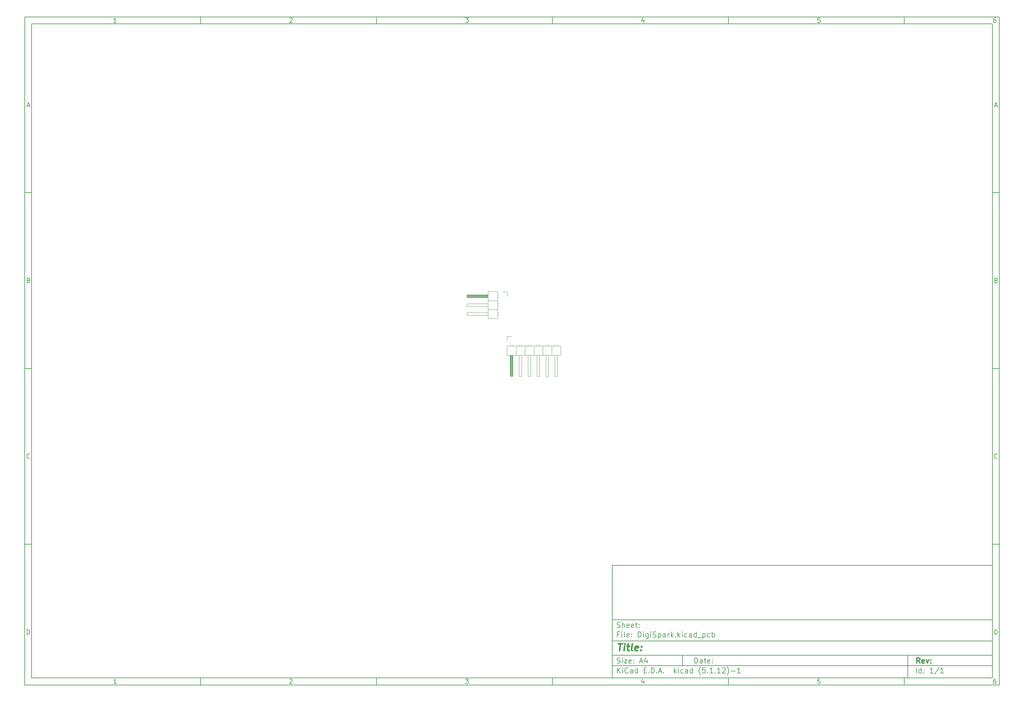
<source format=gbr>
%TF.GenerationSoftware,KiCad,Pcbnew,(5.1.12)-1*%
%TF.CreationDate,2022-07-31T01:05:36+09:00*%
%TF.ProjectId,DigiSpark,44696769-5370-4617-926b-2e6b69636164,rev?*%
%TF.SameCoordinates,Original*%
%TF.FileFunction,Legend,Bot*%
%TF.FilePolarity,Positive*%
%FSLAX46Y46*%
G04 Gerber Fmt 4.6, Leading zero omitted, Abs format (unit mm)*
G04 Created by KiCad (PCBNEW (5.1.12)-1) date 2022-07-31 01:05:36*
%MOMM*%
%LPD*%
G01*
G04 APERTURE LIST*
%ADD10C,0.100000*%
%ADD11C,0.150000*%
%ADD12C,0.300000*%
%ADD13C,0.400000*%
%ADD14C,0.120000*%
G04 APERTURE END LIST*
D10*
D11*
X177002200Y-166007200D02*
X177002200Y-198007200D01*
X285002200Y-198007200D01*
X285002200Y-166007200D01*
X177002200Y-166007200D01*
D10*
D11*
X10000000Y-10000000D02*
X10000000Y-200007200D01*
X287002200Y-200007200D01*
X287002200Y-10000000D01*
X10000000Y-10000000D01*
D10*
D11*
X12000000Y-12000000D02*
X12000000Y-198007200D01*
X285002200Y-198007200D01*
X285002200Y-12000000D01*
X12000000Y-12000000D01*
D10*
D11*
X60000000Y-12000000D02*
X60000000Y-10000000D01*
D10*
D11*
X110000000Y-12000000D02*
X110000000Y-10000000D01*
D10*
D11*
X160000000Y-12000000D02*
X160000000Y-10000000D01*
D10*
D11*
X210000000Y-12000000D02*
X210000000Y-10000000D01*
D10*
D11*
X260000000Y-12000000D02*
X260000000Y-10000000D01*
D10*
D11*
X36065476Y-11588095D02*
X35322619Y-11588095D01*
X35694047Y-11588095D02*
X35694047Y-10288095D01*
X35570238Y-10473809D01*
X35446428Y-10597619D01*
X35322619Y-10659523D01*
D10*
D11*
X85322619Y-10411904D02*
X85384523Y-10350000D01*
X85508333Y-10288095D01*
X85817857Y-10288095D01*
X85941666Y-10350000D01*
X86003571Y-10411904D01*
X86065476Y-10535714D01*
X86065476Y-10659523D01*
X86003571Y-10845238D01*
X85260714Y-11588095D01*
X86065476Y-11588095D01*
D10*
D11*
X135260714Y-10288095D02*
X136065476Y-10288095D01*
X135632142Y-10783333D01*
X135817857Y-10783333D01*
X135941666Y-10845238D01*
X136003571Y-10907142D01*
X136065476Y-11030952D01*
X136065476Y-11340476D01*
X136003571Y-11464285D01*
X135941666Y-11526190D01*
X135817857Y-11588095D01*
X135446428Y-11588095D01*
X135322619Y-11526190D01*
X135260714Y-11464285D01*
D10*
D11*
X185941666Y-10721428D02*
X185941666Y-11588095D01*
X185632142Y-10226190D02*
X185322619Y-11154761D01*
X186127380Y-11154761D01*
D10*
D11*
X236003571Y-10288095D02*
X235384523Y-10288095D01*
X235322619Y-10907142D01*
X235384523Y-10845238D01*
X235508333Y-10783333D01*
X235817857Y-10783333D01*
X235941666Y-10845238D01*
X236003571Y-10907142D01*
X236065476Y-11030952D01*
X236065476Y-11340476D01*
X236003571Y-11464285D01*
X235941666Y-11526190D01*
X235817857Y-11588095D01*
X235508333Y-11588095D01*
X235384523Y-11526190D01*
X235322619Y-11464285D01*
D10*
D11*
X285941666Y-10288095D02*
X285694047Y-10288095D01*
X285570238Y-10350000D01*
X285508333Y-10411904D01*
X285384523Y-10597619D01*
X285322619Y-10845238D01*
X285322619Y-11340476D01*
X285384523Y-11464285D01*
X285446428Y-11526190D01*
X285570238Y-11588095D01*
X285817857Y-11588095D01*
X285941666Y-11526190D01*
X286003571Y-11464285D01*
X286065476Y-11340476D01*
X286065476Y-11030952D01*
X286003571Y-10907142D01*
X285941666Y-10845238D01*
X285817857Y-10783333D01*
X285570238Y-10783333D01*
X285446428Y-10845238D01*
X285384523Y-10907142D01*
X285322619Y-11030952D01*
D10*
D11*
X60000000Y-198007200D02*
X60000000Y-200007200D01*
D10*
D11*
X110000000Y-198007200D02*
X110000000Y-200007200D01*
D10*
D11*
X160000000Y-198007200D02*
X160000000Y-200007200D01*
D10*
D11*
X210000000Y-198007200D02*
X210000000Y-200007200D01*
D10*
D11*
X260000000Y-198007200D02*
X260000000Y-200007200D01*
D10*
D11*
X36065476Y-199595295D02*
X35322619Y-199595295D01*
X35694047Y-199595295D02*
X35694047Y-198295295D01*
X35570238Y-198481009D01*
X35446428Y-198604819D01*
X35322619Y-198666723D01*
D10*
D11*
X85322619Y-198419104D02*
X85384523Y-198357200D01*
X85508333Y-198295295D01*
X85817857Y-198295295D01*
X85941666Y-198357200D01*
X86003571Y-198419104D01*
X86065476Y-198542914D01*
X86065476Y-198666723D01*
X86003571Y-198852438D01*
X85260714Y-199595295D01*
X86065476Y-199595295D01*
D10*
D11*
X135260714Y-198295295D02*
X136065476Y-198295295D01*
X135632142Y-198790533D01*
X135817857Y-198790533D01*
X135941666Y-198852438D01*
X136003571Y-198914342D01*
X136065476Y-199038152D01*
X136065476Y-199347676D01*
X136003571Y-199471485D01*
X135941666Y-199533390D01*
X135817857Y-199595295D01*
X135446428Y-199595295D01*
X135322619Y-199533390D01*
X135260714Y-199471485D01*
D10*
D11*
X185941666Y-198728628D02*
X185941666Y-199595295D01*
X185632142Y-198233390D02*
X185322619Y-199161961D01*
X186127380Y-199161961D01*
D10*
D11*
X236003571Y-198295295D02*
X235384523Y-198295295D01*
X235322619Y-198914342D01*
X235384523Y-198852438D01*
X235508333Y-198790533D01*
X235817857Y-198790533D01*
X235941666Y-198852438D01*
X236003571Y-198914342D01*
X236065476Y-199038152D01*
X236065476Y-199347676D01*
X236003571Y-199471485D01*
X235941666Y-199533390D01*
X235817857Y-199595295D01*
X235508333Y-199595295D01*
X235384523Y-199533390D01*
X235322619Y-199471485D01*
D10*
D11*
X285941666Y-198295295D02*
X285694047Y-198295295D01*
X285570238Y-198357200D01*
X285508333Y-198419104D01*
X285384523Y-198604819D01*
X285322619Y-198852438D01*
X285322619Y-199347676D01*
X285384523Y-199471485D01*
X285446428Y-199533390D01*
X285570238Y-199595295D01*
X285817857Y-199595295D01*
X285941666Y-199533390D01*
X286003571Y-199471485D01*
X286065476Y-199347676D01*
X286065476Y-199038152D01*
X286003571Y-198914342D01*
X285941666Y-198852438D01*
X285817857Y-198790533D01*
X285570238Y-198790533D01*
X285446428Y-198852438D01*
X285384523Y-198914342D01*
X285322619Y-199038152D01*
D10*
D11*
X10000000Y-60000000D02*
X12000000Y-60000000D01*
D10*
D11*
X10000000Y-110000000D02*
X12000000Y-110000000D01*
D10*
D11*
X10000000Y-160000000D02*
X12000000Y-160000000D01*
D10*
D11*
X10690476Y-35216666D02*
X11309523Y-35216666D01*
X10566666Y-35588095D02*
X11000000Y-34288095D01*
X11433333Y-35588095D01*
D10*
D11*
X11092857Y-84907142D02*
X11278571Y-84969047D01*
X11340476Y-85030952D01*
X11402380Y-85154761D01*
X11402380Y-85340476D01*
X11340476Y-85464285D01*
X11278571Y-85526190D01*
X11154761Y-85588095D01*
X10659523Y-85588095D01*
X10659523Y-84288095D01*
X11092857Y-84288095D01*
X11216666Y-84350000D01*
X11278571Y-84411904D01*
X11340476Y-84535714D01*
X11340476Y-84659523D01*
X11278571Y-84783333D01*
X11216666Y-84845238D01*
X11092857Y-84907142D01*
X10659523Y-84907142D01*
D10*
D11*
X11402380Y-135464285D02*
X11340476Y-135526190D01*
X11154761Y-135588095D01*
X11030952Y-135588095D01*
X10845238Y-135526190D01*
X10721428Y-135402380D01*
X10659523Y-135278571D01*
X10597619Y-135030952D01*
X10597619Y-134845238D01*
X10659523Y-134597619D01*
X10721428Y-134473809D01*
X10845238Y-134350000D01*
X11030952Y-134288095D01*
X11154761Y-134288095D01*
X11340476Y-134350000D01*
X11402380Y-134411904D01*
D10*
D11*
X10659523Y-185588095D02*
X10659523Y-184288095D01*
X10969047Y-184288095D01*
X11154761Y-184350000D01*
X11278571Y-184473809D01*
X11340476Y-184597619D01*
X11402380Y-184845238D01*
X11402380Y-185030952D01*
X11340476Y-185278571D01*
X11278571Y-185402380D01*
X11154761Y-185526190D01*
X10969047Y-185588095D01*
X10659523Y-185588095D01*
D10*
D11*
X287002200Y-60000000D02*
X285002200Y-60000000D01*
D10*
D11*
X287002200Y-110000000D02*
X285002200Y-110000000D01*
D10*
D11*
X287002200Y-160000000D02*
X285002200Y-160000000D01*
D10*
D11*
X285692676Y-35216666D02*
X286311723Y-35216666D01*
X285568866Y-35588095D02*
X286002200Y-34288095D01*
X286435533Y-35588095D01*
D10*
D11*
X286095057Y-84907142D02*
X286280771Y-84969047D01*
X286342676Y-85030952D01*
X286404580Y-85154761D01*
X286404580Y-85340476D01*
X286342676Y-85464285D01*
X286280771Y-85526190D01*
X286156961Y-85588095D01*
X285661723Y-85588095D01*
X285661723Y-84288095D01*
X286095057Y-84288095D01*
X286218866Y-84350000D01*
X286280771Y-84411904D01*
X286342676Y-84535714D01*
X286342676Y-84659523D01*
X286280771Y-84783333D01*
X286218866Y-84845238D01*
X286095057Y-84907142D01*
X285661723Y-84907142D01*
D10*
D11*
X286404580Y-135464285D02*
X286342676Y-135526190D01*
X286156961Y-135588095D01*
X286033152Y-135588095D01*
X285847438Y-135526190D01*
X285723628Y-135402380D01*
X285661723Y-135278571D01*
X285599819Y-135030952D01*
X285599819Y-134845238D01*
X285661723Y-134597619D01*
X285723628Y-134473809D01*
X285847438Y-134350000D01*
X286033152Y-134288095D01*
X286156961Y-134288095D01*
X286342676Y-134350000D01*
X286404580Y-134411904D01*
D10*
D11*
X285661723Y-185588095D02*
X285661723Y-184288095D01*
X285971247Y-184288095D01*
X286156961Y-184350000D01*
X286280771Y-184473809D01*
X286342676Y-184597619D01*
X286404580Y-184845238D01*
X286404580Y-185030952D01*
X286342676Y-185278571D01*
X286280771Y-185402380D01*
X286156961Y-185526190D01*
X285971247Y-185588095D01*
X285661723Y-185588095D01*
D10*
D11*
X200434342Y-193785771D02*
X200434342Y-192285771D01*
X200791485Y-192285771D01*
X201005771Y-192357200D01*
X201148628Y-192500057D01*
X201220057Y-192642914D01*
X201291485Y-192928628D01*
X201291485Y-193142914D01*
X201220057Y-193428628D01*
X201148628Y-193571485D01*
X201005771Y-193714342D01*
X200791485Y-193785771D01*
X200434342Y-193785771D01*
X202577200Y-193785771D02*
X202577200Y-193000057D01*
X202505771Y-192857200D01*
X202362914Y-192785771D01*
X202077200Y-192785771D01*
X201934342Y-192857200D01*
X202577200Y-193714342D02*
X202434342Y-193785771D01*
X202077200Y-193785771D01*
X201934342Y-193714342D01*
X201862914Y-193571485D01*
X201862914Y-193428628D01*
X201934342Y-193285771D01*
X202077200Y-193214342D01*
X202434342Y-193214342D01*
X202577200Y-193142914D01*
X203077200Y-192785771D02*
X203648628Y-192785771D01*
X203291485Y-192285771D02*
X203291485Y-193571485D01*
X203362914Y-193714342D01*
X203505771Y-193785771D01*
X203648628Y-193785771D01*
X204720057Y-193714342D02*
X204577200Y-193785771D01*
X204291485Y-193785771D01*
X204148628Y-193714342D01*
X204077200Y-193571485D01*
X204077200Y-193000057D01*
X204148628Y-192857200D01*
X204291485Y-192785771D01*
X204577200Y-192785771D01*
X204720057Y-192857200D01*
X204791485Y-193000057D01*
X204791485Y-193142914D01*
X204077200Y-193285771D01*
X205434342Y-193642914D02*
X205505771Y-193714342D01*
X205434342Y-193785771D01*
X205362914Y-193714342D01*
X205434342Y-193642914D01*
X205434342Y-193785771D01*
X205434342Y-192857200D02*
X205505771Y-192928628D01*
X205434342Y-193000057D01*
X205362914Y-192928628D01*
X205434342Y-192857200D01*
X205434342Y-193000057D01*
D10*
D11*
X177002200Y-194507200D02*
X285002200Y-194507200D01*
D10*
D11*
X178434342Y-196585771D02*
X178434342Y-195085771D01*
X179291485Y-196585771D02*
X178648628Y-195728628D01*
X179291485Y-195085771D02*
X178434342Y-195942914D01*
X179934342Y-196585771D02*
X179934342Y-195585771D01*
X179934342Y-195085771D02*
X179862914Y-195157200D01*
X179934342Y-195228628D01*
X180005771Y-195157200D01*
X179934342Y-195085771D01*
X179934342Y-195228628D01*
X181505771Y-196442914D02*
X181434342Y-196514342D01*
X181220057Y-196585771D01*
X181077200Y-196585771D01*
X180862914Y-196514342D01*
X180720057Y-196371485D01*
X180648628Y-196228628D01*
X180577200Y-195942914D01*
X180577200Y-195728628D01*
X180648628Y-195442914D01*
X180720057Y-195300057D01*
X180862914Y-195157200D01*
X181077200Y-195085771D01*
X181220057Y-195085771D01*
X181434342Y-195157200D01*
X181505771Y-195228628D01*
X182791485Y-196585771D02*
X182791485Y-195800057D01*
X182720057Y-195657200D01*
X182577200Y-195585771D01*
X182291485Y-195585771D01*
X182148628Y-195657200D01*
X182791485Y-196514342D02*
X182648628Y-196585771D01*
X182291485Y-196585771D01*
X182148628Y-196514342D01*
X182077200Y-196371485D01*
X182077200Y-196228628D01*
X182148628Y-196085771D01*
X182291485Y-196014342D01*
X182648628Y-196014342D01*
X182791485Y-195942914D01*
X184148628Y-196585771D02*
X184148628Y-195085771D01*
X184148628Y-196514342D02*
X184005771Y-196585771D01*
X183720057Y-196585771D01*
X183577200Y-196514342D01*
X183505771Y-196442914D01*
X183434342Y-196300057D01*
X183434342Y-195871485D01*
X183505771Y-195728628D01*
X183577200Y-195657200D01*
X183720057Y-195585771D01*
X184005771Y-195585771D01*
X184148628Y-195657200D01*
X186005771Y-195800057D02*
X186505771Y-195800057D01*
X186720057Y-196585771D02*
X186005771Y-196585771D01*
X186005771Y-195085771D01*
X186720057Y-195085771D01*
X187362914Y-196442914D02*
X187434342Y-196514342D01*
X187362914Y-196585771D01*
X187291485Y-196514342D01*
X187362914Y-196442914D01*
X187362914Y-196585771D01*
X188077200Y-196585771D02*
X188077200Y-195085771D01*
X188434342Y-195085771D01*
X188648628Y-195157200D01*
X188791485Y-195300057D01*
X188862914Y-195442914D01*
X188934342Y-195728628D01*
X188934342Y-195942914D01*
X188862914Y-196228628D01*
X188791485Y-196371485D01*
X188648628Y-196514342D01*
X188434342Y-196585771D01*
X188077200Y-196585771D01*
X189577200Y-196442914D02*
X189648628Y-196514342D01*
X189577200Y-196585771D01*
X189505771Y-196514342D01*
X189577200Y-196442914D01*
X189577200Y-196585771D01*
X190220057Y-196157200D02*
X190934342Y-196157200D01*
X190077200Y-196585771D02*
X190577200Y-195085771D01*
X191077200Y-196585771D01*
X191577200Y-196442914D02*
X191648628Y-196514342D01*
X191577200Y-196585771D01*
X191505771Y-196514342D01*
X191577200Y-196442914D01*
X191577200Y-196585771D01*
X194577200Y-196585771D02*
X194577200Y-195085771D01*
X194720057Y-196014342D02*
X195148628Y-196585771D01*
X195148628Y-195585771D02*
X194577200Y-196157200D01*
X195791485Y-196585771D02*
X195791485Y-195585771D01*
X195791485Y-195085771D02*
X195720057Y-195157200D01*
X195791485Y-195228628D01*
X195862914Y-195157200D01*
X195791485Y-195085771D01*
X195791485Y-195228628D01*
X197148628Y-196514342D02*
X197005771Y-196585771D01*
X196720057Y-196585771D01*
X196577200Y-196514342D01*
X196505771Y-196442914D01*
X196434342Y-196300057D01*
X196434342Y-195871485D01*
X196505771Y-195728628D01*
X196577200Y-195657200D01*
X196720057Y-195585771D01*
X197005771Y-195585771D01*
X197148628Y-195657200D01*
X198434342Y-196585771D02*
X198434342Y-195800057D01*
X198362914Y-195657200D01*
X198220057Y-195585771D01*
X197934342Y-195585771D01*
X197791485Y-195657200D01*
X198434342Y-196514342D02*
X198291485Y-196585771D01*
X197934342Y-196585771D01*
X197791485Y-196514342D01*
X197720057Y-196371485D01*
X197720057Y-196228628D01*
X197791485Y-196085771D01*
X197934342Y-196014342D01*
X198291485Y-196014342D01*
X198434342Y-195942914D01*
X199791485Y-196585771D02*
X199791485Y-195085771D01*
X199791485Y-196514342D02*
X199648628Y-196585771D01*
X199362914Y-196585771D01*
X199220057Y-196514342D01*
X199148628Y-196442914D01*
X199077200Y-196300057D01*
X199077200Y-195871485D01*
X199148628Y-195728628D01*
X199220057Y-195657200D01*
X199362914Y-195585771D01*
X199648628Y-195585771D01*
X199791485Y-195657200D01*
X202077200Y-197157200D02*
X202005771Y-197085771D01*
X201862914Y-196871485D01*
X201791485Y-196728628D01*
X201720057Y-196514342D01*
X201648628Y-196157200D01*
X201648628Y-195871485D01*
X201720057Y-195514342D01*
X201791485Y-195300057D01*
X201862914Y-195157200D01*
X202005771Y-194942914D01*
X202077200Y-194871485D01*
X203362914Y-195085771D02*
X202648628Y-195085771D01*
X202577200Y-195800057D01*
X202648628Y-195728628D01*
X202791485Y-195657200D01*
X203148628Y-195657200D01*
X203291485Y-195728628D01*
X203362914Y-195800057D01*
X203434342Y-195942914D01*
X203434342Y-196300057D01*
X203362914Y-196442914D01*
X203291485Y-196514342D01*
X203148628Y-196585771D01*
X202791485Y-196585771D01*
X202648628Y-196514342D01*
X202577200Y-196442914D01*
X204077200Y-196442914D02*
X204148628Y-196514342D01*
X204077200Y-196585771D01*
X204005771Y-196514342D01*
X204077200Y-196442914D01*
X204077200Y-196585771D01*
X205577200Y-196585771D02*
X204720057Y-196585771D01*
X205148628Y-196585771D02*
X205148628Y-195085771D01*
X205005771Y-195300057D01*
X204862914Y-195442914D01*
X204720057Y-195514342D01*
X206220057Y-196442914D02*
X206291485Y-196514342D01*
X206220057Y-196585771D01*
X206148628Y-196514342D01*
X206220057Y-196442914D01*
X206220057Y-196585771D01*
X207720057Y-196585771D02*
X206862914Y-196585771D01*
X207291485Y-196585771D02*
X207291485Y-195085771D01*
X207148628Y-195300057D01*
X207005771Y-195442914D01*
X206862914Y-195514342D01*
X208291485Y-195228628D02*
X208362914Y-195157200D01*
X208505771Y-195085771D01*
X208862914Y-195085771D01*
X209005771Y-195157200D01*
X209077200Y-195228628D01*
X209148628Y-195371485D01*
X209148628Y-195514342D01*
X209077200Y-195728628D01*
X208220057Y-196585771D01*
X209148628Y-196585771D01*
X209648628Y-197157200D02*
X209720057Y-197085771D01*
X209862914Y-196871485D01*
X209934342Y-196728628D01*
X210005771Y-196514342D01*
X210077200Y-196157200D01*
X210077200Y-195871485D01*
X210005771Y-195514342D01*
X209934342Y-195300057D01*
X209862914Y-195157200D01*
X209720057Y-194942914D01*
X209648628Y-194871485D01*
X210791485Y-196014342D02*
X211934342Y-196014342D01*
X213434342Y-196585771D02*
X212577200Y-196585771D01*
X213005771Y-196585771D02*
X213005771Y-195085771D01*
X212862914Y-195300057D01*
X212720057Y-195442914D01*
X212577200Y-195514342D01*
D10*
D11*
X177002200Y-191507200D02*
X285002200Y-191507200D01*
D10*
D12*
X264411485Y-193785771D02*
X263911485Y-193071485D01*
X263554342Y-193785771D02*
X263554342Y-192285771D01*
X264125771Y-192285771D01*
X264268628Y-192357200D01*
X264340057Y-192428628D01*
X264411485Y-192571485D01*
X264411485Y-192785771D01*
X264340057Y-192928628D01*
X264268628Y-193000057D01*
X264125771Y-193071485D01*
X263554342Y-193071485D01*
X265625771Y-193714342D02*
X265482914Y-193785771D01*
X265197200Y-193785771D01*
X265054342Y-193714342D01*
X264982914Y-193571485D01*
X264982914Y-193000057D01*
X265054342Y-192857200D01*
X265197200Y-192785771D01*
X265482914Y-192785771D01*
X265625771Y-192857200D01*
X265697200Y-193000057D01*
X265697200Y-193142914D01*
X264982914Y-193285771D01*
X266197200Y-192785771D02*
X266554342Y-193785771D01*
X266911485Y-192785771D01*
X267482914Y-193642914D02*
X267554342Y-193714342D01*
X267482914Y-193785771D01*
X267411485Y-193714342D01*
X267482914Y-193642914D01*
X267482914Y-193785771D01*
X267482914Y-192857200D02*
X267554342Y-192928628D01*
X267482914Y-193000057D01*
X267411485Y-192928628D01*
X267482914Y-192857200D01*
X267482914Y-193000057D01*
D10*
D11*
X178362914Y-193714342D02*
X178577200Y-193785771D01*
X178934342Y-193785771D01*
X179077200Y-193714342D01*
X179148628Y-193642914D01*
X179220057Y-193500057D01*
X179220057Y-193357200D01*
X179148628Y-193214342D01*
X179077200Y-193142914D01*
X178934342Y-193071485D01*
X178648628Y-193000057D01*
X178505771Y-192928628D01*
X178434342Y-192857200D01*
X178362914Y-192714342D01*
X178362914Y-192571485D01*
X178434342Y-192428628D01*
X178505771Y-192357200D01*
X178648628Y-192285771D01*
X179005771Y-192285771D01*
X179220057Y-192357200D01*
X179862914Y-193785771D02*
X179862914Y-192785771D01*
X179862914Y-192285771D02*
X179791485Y-192357200D01*
X179862914Y-192428628D01*
X179934342Y-192357200D01*
X179862914Y-192285771D01*
X179862914Y-192428628D01*
X180434342Y-192785771D02*
X181220057Y-192785771D01*
X180434342Y-193785771D01*
X181220057Y-193785771D01*
X182362914Y-193714342D02*
X182220057Y-193785771D01*
X181934342Y-193785771D01*
X181791485Y-193714342D01*
X181720057Y-193571485D01*
X181720057Y-193000057D01*
X181791485Y-192857200D01*
X181934342Y-192785771D01*
X182220057Y-192785771D01*
X182362914Y-192857200D01*
X182434342Y-193000057D01*
X182434342Y-193142914D01*
X181720057Y-193285771D01*
X183077200Y-193642914D02*
X183148628Y-193714342D01*
X183077200Y-193785771D01*
X183005771Y-193714342D01*
X183077200Y-193642914D01*
X183077200Y-193785771D01*
X183077200Y-192857200D02*
X183148628Y-192928628D01*
X183077200Y-193000057D01*
X183005771Y-192928628D01*
X183077200Y-192857200D01*
X183077200Y-193000057D01*
X184862914Y-193357200D02*
X185577200Y-193357200D01*
X184720057Y-193785771D02*
X185220057Y-192285771D01*
X185720057Y-193785771D01*
X186862914Y-192785771D02*
X186862914Y-193785771D01*
X186505771Y-192214342D02*
X186148628Y-193285771D01*
X187077200Y-193285771D01*
D10*
D11*
X263434342Y-196585771D02*
X263434342Y-195085771D01*
X264791485Y-196585771D02*
X264791485Y-195085771D01*
X264791485Y-196514342D02*
X264648628Y-196585771D01*
X264362914Y-196585771D01*
X264220057Y-196514342D01*
X264148628Y-196442914D01*
X264077200Y-196300057D01*
X264077200Y-195871485D01*
X264148628Y-195728628D01*
X264220057Y-195657200D01*
X264362914Y-195585771D01*
X264648628Y-195585771D01*
X264791485Y-195657200D01*
X265505771Y-196442914D02*
X265577200Y-196514342D01*
X265505771Y-196585771D01*
X265434342Y-196514342D01*
X265505771Y-196442914D01*
X265505771Y-196585771D01*
X265505771Y-195657200D02*
X265577200Y-195728628D01*
X265505771Y-195800057D01*
X265434342Y-195728628D01*
X265505771Y-195657200D01*
X265505771Y-195800057D01*
X268148628Y-196585771D02*
X267291485Y-196585771D01*
X267720057Y-196585771D02*
X267720057Y-195085771D01*
X267577200Y-195300057D01*
X267434342Y-195442914D01*
X267291485Y-195514342D01*
X269862914Y-195014342D02*
X268577200Y-196942914D01*
X271148628Y-196585771D02*
X270291485Y-196585771D01*
X270720057Y-196585771D02*
X270720057Y-195085771D01*
X270577200Y-195300057D01*
X270434342Y-195442914D01*
X270291485Y-195514342D01*
D10*
D11*
X177002200Y-187507200D02*
X285002200Y-187507200D01*
D10*
D13*
X178714580Y-188211961D02*
X179857438Y-188211961D01*
X179036009Y-190211961D02*
X179286009Y-188211961D01*
X180274104Y-190211961D02*
X180440771Y-188878628D01*
X180524104Y-188211961D02*
X180416961Y-188307200D01*
X180500295Y-188402438D01*
X180607438Y-188307200D01*
X180524104Y-188211961D01*
X180500295Y-188402438D01*
X181107438Y-188878628D02*
X181869342Y-188878628D01*
X181476485Y-188211961D02*
X181262200Y-189926247D01*
X181333628Y-190116723D01*
X181512200Y-190211961D01*
X181702676Y-190211961D01*
X182655057Y-190211961D02*
X182476485Y-190116723D01*
X182405057Y-189926247D01*
X182619342Y-188211961D01*
X184190771Y-190116723D02*
X183988390Y-190211961D01*
X183607438Y-190211961D01*
X183428866Y-190116723D01*
X183357438Y-189926247D01*
X183452676Y-189164342D01*
X183571723Y-188973866D01*
X183774104Y-188878628D01*
X184155057Y-188878628D01*
X184333628Y-188973866D01*
X184405057Y-189164342D01*
X184381247Y-189354819D01*
X183405057Y-189545295D01*
X185155057Y-190021485D02*
X185238390Y-190116723D01*
X185131247Y-190211961D01*
X185047914Y-190116723D01*
X185155057Y-190021485D01*
X185131247Y-190211961D01*
X185286009Y-188973866D02*
X185369342Y-189069104D01*
X185262200Y-189164342D01*
X185178866Y-189069104D01*
X185286009Y-188973866D01*
X185262200Y-189164342D01*
D10*
D11*
X178934342Y-185600057D02*
X178434342Y-185600057D01*
X178434342Y-186385771D02*
X178434342Y-184885771D01*
X179148628Y-184885771D01*
X179720057Y-186385771D02*
X179720057Y-185385771D01*
X179720057Y-184885771D02*
X179648628Y-184957200D01*
X179720057Y-185028628D01*
X179791485Y-184957200D01*
X179720057Y-184885771D01*
X179720057Y-185028628D01*
X180648628Y-186385771D02*
X180505771Y-186314342D01*
X180434342Y-186171485D01*
X180434342Y-184885771D01*
X181791485Y-186314342D02*
X181648628Y-186385771D01*
X181362914Y-186385771D01*
X181220057Y-186314342D01*
X181148628Y-186171485D01*
X181148628Y-185600057D01*
X181220057Y-185457200D01*
X181362914Y-185385771D01*
X181648628Y-185385771D01*
X181791485Y-185457200D01*
X181862914Y-185600057D01*
X181862914Y-185742914D01*
X181148628Y-185885771D01*
X182505771Y-186242914D02*
X182577200Y-186314342D01*
X182505771Y-186385771D01*
X182434342Y-186314342D01*
X182505771Y-186242914D01*
X182505771Y-186385771D01*
X182505771Y-185457200D02*
X182577200Y-185528628D01*
X182505771Y-185600057D01*
X182434342Y-185528628D01*
X182505771Y-185457200D01*
X182505771Y-185600057D01*
X184362914Y-186385771D02*
X184362914Y-184885771D01*
X184720057Y-184885771D01*
X184934342Y-184957200D01*
X185077200Y-185100057D01*
X185148628Y-185242914D01*
X185220057Y-185528628D01*
X185220057Y-185742914D01*
X185148628Y-186028628D01*
X185077200Y-186171485D01*
X184934342Y-186314342D01*
X184720057Y-186385771D01*
X184362914Y-186385771D01*
X185862914Y-186385771D02*
X185862914Y-185385771D01*
X185862914Y-184885771D02*
X185791485Y-184957200D01*
X185862914Y-185028628D01*
X185934342Y-184957200D01*
X185862914Y-184885771D01*
X185862914Y-185028628D01*
X187220057Y-185385771D02*
X187220057Y-186600057D01*
X187148628Y-186742914D01*
X187077200Y-186814342D01*
X186934342Y-186885771D01*
X186720057Y-186885771D01*
X186577200Y-186814342D01*
X187220057Y-186314342D02*
X187077200Y-186385771D01*
X186791485Y-186385771D01*
X186648628Y-186314342D01*
X186577200Y-186242914D01*
X186505771Y-186100057D01*
X186505771Y-185671485D01*
X186577200Y-185528628D01*
X186648628Y-185457200D01*
X186791485Y-185385771D01*
X187077200Y-185385771D01*
X187220057Y-185457200D01*
X187934342Y-186385771D02*
X187934342Y-185385771D01*
X187934342Y-184885771D02*
X187862914Y-184957200D01*
X187934342Y-185028628D01*
X188005771Y-184957200D01*
X187934342Y-184885771D01*
X187934342Y-185028628D01*
X188577200Y-186314342D02*
X188791485Y-186385771D01*
X189148628Y-186385771D01*
X189291485Y-186314342D01*
X189362914Y-186242914D01*
X189434342Y-186100057D01*
X189434342Y-185957200D01*
X189362914Y-185814342D01*
X189291485Y-185742914D01*
X189148628Y-185671485D01*
X188862914Y-185600057D01*
X188720057Y-185528628D01*
X188648628Y-185457200D01*
X188577200Y-185314342D01*
X188577200Y-185171485D01*
X188648628Y-185028628D01*
X188720057Y-184957200D01*
X188862914Y-184885771D01*
X189220057Y-184885771D01*
X189434342Y-184957200D01*
X190077200Y-185385771D02*
X190077200Y-186885771D01*
X190077200Y-185457200D02*
X190220057Y-185385771D01*
X190505771Y-185385771D01*
X190648628Y-185457200D01*
X190720057Y-185528628D01*
X190791485Y-185671485D01*
X190791485Y-186100057D01*
X190720057Y-186242914D01*
X190648628Y-186314342D01*
X190505771Y-186385771D01*
X190220057Y-186385771D01*
X190077200Y-186314342D01*
X192077200Y-186385771D02*
X192077200Y-185600057D01*
X192005771Y-185457200D01*
X191862914Y-185385771D01*
X191577200Y-185385771D01*
X191434342Y-185457200D01*
X192077200Y-186314342D02*
X191934342Y-186385771D01*
X191577200Y-186385771D01*
X191434342Y-186314342D01*
X191362914Y-186171485D01*
X191362914Y-186028628D01*
X191434342Y-185885771D01*
X191577200Y-185814342D01*
X191934342Y-185814342D01*
X192077200Y-185742914D01*
X192791485Y-186385771D02*
X192791485Y-185385771D01*
X192791485Y-185671485D02*
X192862914Y-185528628D01*
X192934342Y-185457200D01*
X193077200Y-185385771D01*
X193220057Y-185385771D01*
X193720057Y-186385771D02*
X193720057Y-184885771D01*
X193862914Y-185814342D02*
X194291485Y-186385771D01*
X194291485Y-185385771D02*
X193720057Y-185957200D01*
X194934342Y-186242914D02*
X195005771Y-186314342D01*
X194934342Y-186385771D01*
X194862914Y-186314342D01*
X194934342Y-186242914D01*
X194934342Y-186385771D01*
X195648628Y-186385771D02*
X195648628Y-184885771D01*
X195791485Y-185814342D02*
X196220057Y-186385771D01*
X196220057Y-185385771D02*
X195648628Y-185957200D01*
X196862914Y-186385771D02*
X196862914Y-185385771D01*
X196862914Y-184885771D02*
X196791485Y-184957200D01*
X196862914Y-185028628D01*
X196934342Y-184957200D01*
X196862914Y-184885771D01*
X196862914Y-185028628D01*
X198220057Y-186314342D02*
X198077200Y-186385771D01*
X197791485Y-186385771D01*
X197648628Y-186314342D01*
X197577200Y-186242914D01*
X197505771Y-186100057D01*
X197505771Y-185671485D01*
X197577200Y-185528628D01*
X197648628Y-185457200D01*
X197791485Y-185385771D01*
X198077200Y-185385771D01*
X198220057Y-185457200D01*
X199505771Y-186385771D02*
X199505771Y-185600057D01*
X199434342Y-185457200D01*
X199291485Y-185385771D01*
X199005771Y-185385771D01*
X198862914Y-185457200D01*
X199505771Y-186314342D02*
X199362914Y-186385771D01*
X199005771Y-186385771D01*
X198862914Y-186314342D01*
X198791485Y-186171485D01*
X198791485Y-186028628D01*
X198862914Y-185885771D01*
X199005771Y-185814342D01*
X199362914Y-185814342D01*
X199505771Y-185742914D01*
X200862914Y-186385771D02*
X200862914Y-184885771D01*
X200862914Y-186314342D02*
X200720057Y-186385771D01*
X200434342Y-186385771D01*
X200291485Y-186314342D01*
X200220057Y-186242914D01*
X200148628Y-186100057D01*
X200148628Y-185671485D01*
X200220057Y-185528628D01*
X200291485Y-185457200D01*
X200434342Y-185385771D01*
X200720057Y-185385771D01*
X200862914Y-185457200D01*
X201220057Y-186528628D02*
X202362914Y-186528628D01*
X202720057Y-185385771D02*
X202720057Y-186885771D01*
X202720057Y-185457200D02*
X202862914Y-185385771D01*
X203148628Y-185385771D01*
X203291485Y-185457200D01*
X203362914Y-185528628D01*
X203434342Y-185671485D01*
X203434342Y-186100057D01*
X203362914Y-186242914D01*
X203291485Y-186314342D01*
X203148628Y-186385771D01*
X202862914Y-186385771D01*
X202720057Y-186314342D01*
X204720057Y-186314342D02*
X204577200Y-186385771D01*
X204291485Y-186385771D01*
X204148628Y-186314342D01*
X204077200Y-186242914D01*
X204005771Y-186100057D01*
X204005771Y-185671485D01*
X204077200Y-185528628D01*
X204148628Y-185457200D01*
X204291485Y-185385771D01*
X204577200Y-185385771D01*
X204720057Y-185457200D01*
X205362914Y-186385771D02*
X205362914Y-184885771D01*
X205362914Y-185457200D02*
X205505771Y-185385771D01*
X205791485Y-185385771D01*
X205934342Y-185457200D01*
X206005771Y-185528628D01*
X206077200Y-185671485D01*
X206077200Y-186100057D01*
X206005771Y-186242914D01*
X205934342Y-186314342D01*
X205791485Y-186385771D01*
X205505771Y-186385771D01*
X205362914Y-186314342D01*
D10*
D11*
X177002200Y-181507200D02*
X285002200Y-181507200D01*
D10*
D11*
X178362914Y-183614342D02*
X178577200Y-183685771D01*
X178934342Y-183685771D01*
X179077200Y-183614342D01*
X179148628Y-183542914D01*
X179220057Y-183400057D01*
X179220057Y-183257200D01*
X179148628Y-183114342D01*
X179077200Y-183042914D01*
X178934342Y-182971485D01*
X178648628Y-182900057D01*
X178505771Y-182828628D01*
X178434342Y-182757200D01*
X178362914Y-182614342D01*
X178362914Y-182471485D01*
X178434342Y-182328628D01*
X178505771Y-182257200D01*
X178648628Y-182185771D01*
X179005771Y-182185771D01*
X179220057Y-182257200D01*
X179862914Y-183685771D02*
X179862914Y-182185771D01*
X180505771Y-183685771D02*
X180505771Y-182900057D01*
X180434342Y-182757200D01*
X180291485Y-182685771D01*
X180077200Y-182685771D01*
X179934342Y-182757200D01*
X179862914Y-182828628D01*
X181791485Y-183614342D02*
X181648628Y-183685771D01*
X181362914Y-183685771D01*
X181220057Y-183614342D01*
X181148628Y-183471485D01*
X181148628Y-182900057D01*
X181220057Y-182757200D01*
X181362914Y-182685771D01*
X181648628Y-182685771D01*
X181791485Y-182757200D01*
X181862914Y-182900057D01*
X181862914Y-183042914D01*
X181148628Y-183185771D01*
X183077200Y-183614342D02*
X182934342Y-183685771D01*
X182648628Y-183685771D01*
X182505771Y-183614342D01*
X182434342Y-183471485D01*
X182434342Y-182900057D01*
X182505771Y-182757200D01*
X182648628Y-182685771D01*
X182934342Y-182685771D01*
X183077200Y-182757200D01*
X183148628Y-182900057D01*
X183148628Y-183042914D01*
X182434342Y-183185771D01*
X183577200Y-182685771D02*
X184148628Y-182685771D01*
X183791485Y-182185771D02*
X183791485Y-183471485D01*
X183862914Y-183614342D01*
X184005771Y-183685771D01*
X184148628Y-183685771D01*
X184648628Y-183542914D02*
X184720057Y-183614342D01*
X184648628Y-183685771D01*
X184577200Y-183614342D01*
X184648628Y-183542914D01*
X184648628Y-183685771D01*
X184648628Y-182757200D02*
X184720057Y-182828628D01*
X184648628Y-182900057D01*
X184577200Y-182828628D01*
X184648628Y-182757200D01*
X184648628Y-182900057D01*
D10*
D11*
X197002200Y-191507200D02*
X197002200Y-194507200D01*
D10*
D11*
X261002200Y-191507200D02*
X261002200Y-198007200D01*
D14*
%TO.C,J2*%
X147066000Y-100838000D02*
X147066000Y-102108000D01*
X148336000Y-100838000D02*
X147066000Y-100838000D01*
X161416000Y-103150929D02*
X161416000Y-103548000D01*
X160656000Y-103150929D02*
X160656000Y-103548000D01*
X161416000Y-112208000D02*
X161416000Y-106208000D01*
X160656000Y-112208000D02*
X161416000Y-112208000D01*
X160656000Y-106208000D02*
X160656000Y-112208000D01*
X159766000Y-103548000D02*
X159766000Y-106208000D01*
X158876000Y-103150929D02*
X158876000Y-103548000D01*
X158116000Y-103150929D02*
X158116000Y-103548000D01*
X158876000Y-112208000D02*
X158876000Y-106208000D01*
X158116000Y-112208000D02*
X158876000Y-112208000D01*
X158116000Y-106208000D02*
X158116000Y-112208000D01*
X157226000Y-103548000D02*
X157226000Y-106208000D01*
X156336000Y-103150929D02*
X156336000Y-103548000D01*
X155576000Y-103150929D02*
X155576000Y-103548000D01*
X156336000Y-112208000D02*
X156336000Y-106208000D01*
X155576000Y-112208000D02*
X156336000Y-112208000D01*
X155576000Y-106208000D02*
X155576000Y-112208000D01*
X154686000Y-103548000D02*
X154686000Y-106208000D01*
X153796000Y-103150929D02*
X153796000Y-103548000D01*
X153036000Y-103150929D02*
X153036000Y-103548000D01*
X153796000Y-112208000D02*
X153796000Y-106208000D01*
X153036000Y-112208000D02*
X153796000Y-112208000D01*
X153036000Y-106208000D02*
X153036000Y-112208000D01*
X152146000Y-103548000D02*
X152146000Y-106208000D01*
X151256000Y-103150929D02*
X151256000Y-103548000D01*
X150496000Y-103150929D02*
X150496000Y-103548000D01*
X151256000Y-112208000D02*
X151256000Y-106208000D01*
X150496000Y-112208000D02*
X151256000Y-112208000D01*
X150496000Y-106208000D02*
X150496000Y-112208000D01*
X149606000Y-103548000D02*
X149606000Y-106208000D01*
X148716000Y-103218000D02*
X148716000Y-103548000D01*
X147956000Y-103218000D02*
X147956000Y-103548000D01*
X148616000Y-106208000D02*
X148616000Y-112208000D01*
X148496000Y-106208000D02*
X148496000Y-112208000D01*
X148376000Y-106208000D02*
X148376000Y-112208000D01*
X148256000Y-106208000D02*
X148256000Y-112208000D01*
X148136000Y-106208000D02*
X148136000Y-112208000D01*
X148016000Y-106208000D02*
X148016000Y-112208000D01*
X148716000Y-112208000D02*
X148716000Y-106208000D01*
X147956000Y-112208000D02*
X148716000Y-112208000D01*
X147956000Y-106208000D02*
X147956000Y-112208000D01*
X147006000Y-106208000D02*
X147006000Y-103548000D01*
X162366000Y-106208000D02*
X147006000Y-106208000D01*
X162366000Y-103548000D02*
X162366000Y-106208000D01*
X147006000Y-103548000D02*
X162366000Y-103548000D01*
%TO.C,J1*%
X147066000Y-88138000D02*
X145796000Y-88138000D01*
X147066000Y-89408000D02*
X147066000Y-88138000D01*
X144753071Y-94868000D02*
X144356000Y-94868000D01*
X144753071Y-94108000D02*
X144356000Y-94108000D01*
X135696000Y-94868000D02*
X141696000Y-94868000D01*
X135696000Y-94108000D02*
X135696000Y-94868000D01*
X141696000Y-94108000D02*
X135696000Y-94108000D01*
X144356000Y-93218000D02*
X141696000Y-93218000D01*
X144753071Y-92328000D02*
X144356000Y-92328000D01*
X144753071Y-91568000D02*
X144356000Y-91568000D01*
X135696000Y-92328000D02*
X141696000Y-92328000D01*
X135696000Y-91568000D02*
X135696000Y-92328000D01*
X141696000Y-91568000D02*
X135696000Y-91568000D01*
X144356000Y-90678000D02*
X141696000Y-90678000D01*
X144686000Y-89788000D02*
X144356000Y-89788000D01*
X144686000Y-89028000D02*
X144356000Y-89028000D01*
X141696000Y-89688000D02*
X135696000Y-89688000D01*
X141696000Y-89568000D02*
X135696000Y-89568000D01*
X141696000Y-89448000D02*
X135696000Y-89448000D01*
X141696000Y-89328000D02*
X135696000Y-89328000D01*
X141696000Y-89208000D02*
X135696000Y-89208000D01*
X141696000Y-89088000D02*
X135696000Y-89088000D01*
X135696000Y-89788000D02*
X141696000Y-89788000D01*
X135696000Y-89028000D02*
X135696000Y-89788000D01*
X141696000Y-89028000D02*
X135696000Y-89028000D01*
X141696000Y-88078000D02*
X144356000Y-88078000D01*
X141696000Y-95818000D02*
X141696000Y-88078000D01*
X144356000Y-95818000D02*
X141696000Y-95818000D01*
X144356000Y-88078000D02*
X144356000Y-95818000D01*
%TD*%
M02*

</source>
